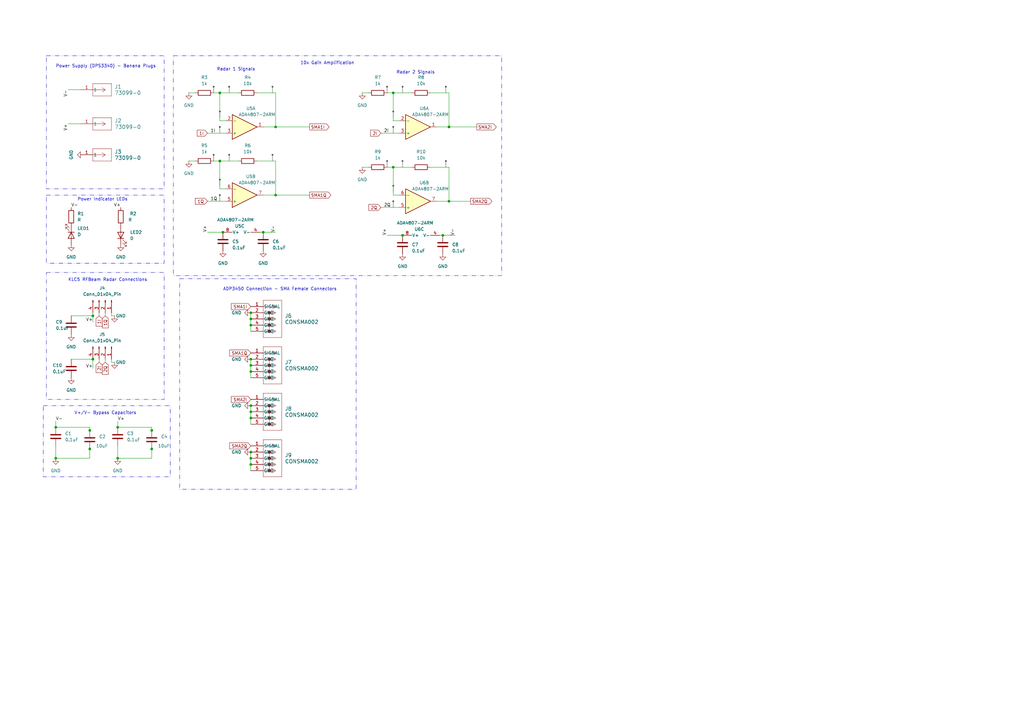
<source format=kicad_sch>
(kicad_sch (version 20230121) (generator eeschema)
  (paper "A3")
  (lib_symbols
    (symbol "73099-0:73099-0" (pin_names (offset 0.254))
      (property "Reference" "J" (at 8.89 6.35 0))
      (property "Value" "73099-0" (at 0 6.35 0))
      (symbol "73099-0_1_1"
        (polyline (pts (xy 5.08 -2.54) (xy 12.7 -2.54)) (stroke (width 0.127)))
        (polyline (pts (xy 5.08 2.54) (xy 5.08 -2.54)) (stroke (width 0.127)))
        (polyline (pts (xy 10.16 0) (xy 5.08 0)) (stroke (width 0.127)))
        (polyline (pts (xy 10.16 0) (xy 8.89 -0.8467)) (stroke (width 0.127)))
        (polyline (pts (xy 10.16 0) (xy 8.89 0.8467)) (stroke (width 0.127)))
        (polyline (pts (xy 12.7 -2.54) (xy 12.7 2.54)) (stroke (width 0.127)))
        (polyline (pts (xy 12.7 2.54) (xy 5.08 2.54)) (stroke (width 0.127)))
        (pin power_out line (at 0 0 0) (length 5.08) (name "1") (number "1"))
      )
      (symbol "73099-0_1_2"
        (polyline (pts (xy 5.08 -2.54) (xy 12.7 -2.54)) (stroke (width 0.127)))
        (polyline (pts (xy 5.08 2.54) (xy 5.08 -2.54)) (stroke (width 0.127)))
        (polyline (pts (xy 7.62 0) (xy 5.08 0)) (stroke (width 0.127)))
        (polyline (pts (xy 7.62 0) (xy 8.89 -0.8467)) (stroke (width 0.127)))
        (polyline (pts (xy 7.62 0) (xy 8.89 0.8467)) (stroke (width 0.127)))
        (polyline (pts (xy 12.7 -2.54) (xy 12.7 2.54)) (stroke (width 0.127)))
        (polyline (pts (xy 12.7 2.54) (xy 5.08 2.54)) (stroke (width 0.127)))
        (pin unspecified line (at 0 0 0) (length 5.08) (name "1") (number "1"))
      )
    )
    (symbol "Amplifier_Operational:ADA4807-2ARM" (pin_names (offset 0.127))
      (property "Reference" "U" (at 0 5.08 0))
      (property "Value" "ADA4807-2ARM" (at 0 -5.08 0))
      (symbol "ADA4807-2ARM_1_1"
        (polyline (pts (xy -5.08 5.08) (xy 5.08 0) (xy -5.08 -5.08) (xy -5.08 5.08)) (stroke (width 0.254)) (fill (type background)))
        (pin output line (at 7.62 0 180) (length 2.54) (name "~") (number "1"))
        (pin input line (at -7.62 -2.54 0) (length 2.54) (name "-") (number "2"))
        (pin input line (at -7.62 2.54 0) (length 2.54) (name "+") (number "3"))
      )
      (symbol "ADA4807-2ARM_2_1"
        (polyline (pts (xy -5.08 5.08) (xy 5.08 0) (xy -5.08 -5.08) (xy -5.08 5.08)) (stroke (width 0.254)) (fill (type background)))
        (pin input line (at -7.62 2.54 0) (length 2.54) (name "+") (number "5"))
        (pin input line (at -7.62 -2.54 0) (length 2.54) (name "-") (number "6"))
        (pin output line (at 7.62 0 180) (length 2.54) (name "~") (number "7"))
      )
      (symbol "ADA4807-2ARM_3_1"
        (pin power_in line (at -2.54 -7.62 90) (length 3.81) (name "V-") (number "4"))
        (pin power_in line (at -2.54 7.62 270) (length 3.81) (name "V+") (number "8"))
      )
    )
    (symbol "CONSMA002:CONSMA002" (pin_names (offset 0.254))
      (property "Reference" "J" (at 8.89 6.35 0))
      (property "Value" "CONSMA002" (at 0 5.08 0))
      (symbol "CONSMA002_1_1"
        (polyline (pts (xy 5.08 -12.7) (xy 12.7 -12.7)) (stroke (width 0.127)))
        (polyline (pts (xy 5.08 2.54) (xy 5.08 -12.7)) (stroke (width 0.127)))
        (polyline (pts (xy 7.62 -2.54) (xy 7.62 -10.16)) (stroke (width 0.127)))
        (polyline (pts (xy 10.16 -10.16) (xy 5.08 -10.16)) (stroke (width 0.127)))
        (polyline (pts (xy 10.16 -10.16) (xy 8.89 -11.0067)) (stroke (width 0.127)))
        (polyline (pts (xy 10.16 -10.16) (xy 8.89 -9.3133)) (stroke (width 0.127)))
        (polyline (pts (xy 10.16 -7.62) (xy 5.08 -7.62)) (stroke (width 0.127)))
        (polyline (pts (xy 10.16 -7.62) (xy 8.89 -8.4667)) (stroke (width 0.127)))
        (polyline (pts (xy 10.16 -7.62) (xy 8.89 -6.7733)) (stroke (width 0.127)))
        (polyline (pts (xy 10.16 -5.08) (xy 5.08 -5.08)) (stroke (width 0.127)))
        (polyline (pts (xy 10.16 -5.08) (xy 8.89 -5.9267)) (stroke (width 0.127)))
        (polyline (pts (xy 10.16 -5.08) (xy 8.89 -4.2333)) (stroke (width 0.127)))
        (polyline (pts (xy 10.16 -2.54) (xy 5.08 -2.54)) (stroke (width 0.127)))
        (polyline (pts (xy 10.16 -2.54) (xy 8.89 -3.3867)) (stroke (width 0.127)))
        (polyline (pts (xy 10.16 -2.54) (xy 8.89 -1.6933)) (stroke (width 0.127)))
        (polyline (pts (xy 10.16 0) (xy 5.08 0)) (stroke (width 0.127)))
        (polyline (pts (xy 10.16 0) (xy 8.89 -0.8467)) (stroke (width 0.127)))
        (polyline (pts (xy 10.16 0) (xy 8.89 0.8467)) (stroke (width 0.127)))
        (polyline (pts (xy 12.7 -12.7) (xy 12.7 2.54)) (stroke (width 0.127)))
        (polyline (pts (xy 12.7 2.54) (xy 5.08 2.54)) (stroke (width 0.127)))
        (circle (center 7.62 -10.16) (radius 0.127) (stroke (width 0.508)))
        (circle (center 7.62 -7.62) (radius 0.127) (stroke (width 0.508)))
        (circle (center 7.62 -5.08) (radius 0.127) (stroke (width 0.508)))
        (circle (center 7.62 -2.54) (radius 0.127) (stroke (width 0.508)))
        (pin input line (at 0 0 0) (length 5.08) (name "SIGNAL") (number "1"))
        (pin power_in line (at 0 -2.54 0) (length 5.08) (name "GND") (number "2"))
        (pin power_in line (at 0 -5.08 0) (length 5.08) (name "GND") (number "3"))
        (pin power_in line (at 0 -7.62 0) (length 5.08) (name "GND") (number "4"))
        (pin power_in line (at 0 -10.16 0) (length 5.08) (name "GND") (number "5"))
      )
      (symbol "CONSMA002_1_2"
        (polyline (pts (xy 5.08 -12.7) (xy 12.7 -12.7)) (stroke (width 0.127)))
        (polyline (pts (xy 5.08 2.54) (xy 5.08 -12.7)) (stroke (width 0.127)))
        (polyline (pts (xy 6.35 -2.54) (xy 6.35 -10.16)) (stroke (width 0.127)))
        (polyline (pts (xy 7.62 -10.16) (xy 5.08 -10.16)) (stroke (width 0.127)))
        (polyline (pts (xy 7.62 -10.16) (xy 8.89 -11.0067)) (stroke (width 0.127)))
        (polyline (pts (xy 7.62 -10.16) (xy 8.89 -9.3133)) (stroke (width 0.127)))
        (polyline (pts (xy 7.62 -7.62) (xy 5.08 -7.62)) (stroke (width 0.127)))
        (polyline (pts (xy 7.62 -7.62) (xy 8.89 -8.4667)) (stroke (width 0.127)))
        (polyline (pts (xy 7.62 -7.62) (xy 8.89 -6.7733)) (stroke (width 0.127)))
        (polyline (pts (xy 7.62 -5.08) (xy 5.08 -5.08)) (stroke (width 0.127)))
        (polyline (pts (xy 7.62 -5.08) (xy 8.89 -5.9267)) (stroke (width 0.127)))
        (polyline (pts (xy 7.62 -5.08) (xy 8.89 -4.2333)) (stroke (width 0.127)))
        (polyline (pts (xy 7.62 -2.54) (xy 5.08 -2.54)) (stroke (width 0.127)))
        (polyline (pts (xy 7.62 -2.54) (xy 8.89 -3.3867)) (stroke (width 0.127)))
        (polyline (pts (xy 7.62 -2.54) (xy 8.89 -1.6933)) (stroke (width 0.127)))
        (polyline (pts (xy 7.62 0) (xy 5.08 0)) (stroke (width 0.127)))
        (polyline (pts (xy 7.62 0) (xy 8.89 -0.8467)) (stroke (width 0.127)))
        (polyline (pts (xy 7.62 0) (xy 8.89 0.8467)) (stroke (width 0.127)))
        (polyline (pts (xy 12.7 -12.7) (xy 12.7 2.54)) (stroke (width 0.127)))
        (polyline (pts (xy 12.7 2.54) (xy 5.08 2.54)) (stroke (width 0.127)))
        (circle (center 6.35 -10.16) (radius 0.127) (stroke (width 0.508)))
        (circle (center 6.35 -7.62) (radius 0.127) (stroke (width 0.508)))
        (circle (center 6.35 -5.08) (radius 0.127) (stroke (width 0.508)))
        (circle (center 6.35 -2.54) (radius 0.127) (stroke (width 0.508)))
        (pin unspecified line (at 0 0 0) (length 5.08) (name "SIGNAL") (number "1"))
        (pin unspecified line (at 0 -2.54 0) (length 5.08) (name "GND") (number "2"))
        (pin unspecified line (at 0 -5.08 0) (length 5.08) (name "GND") (number "3"))
        (pin unspecified line (at 0 -7.62 0) (length 5.08) (name "GND") (number "4"))
        (pin unspecified line (at 0 -10.16 0) (length 5.08) (name "GND") (number "5"))
      )
    )
    (symbol "Connector:Conn_01x04_Pin" (pin_names (offset 1.016) hide)
      (property "Reference" "J" (at 0 5.08 0))
      (property "Value" "Conn_01x04_Pin" (at 0 -7.62 0))
      (symbol "Conn_01x04_Pin_1_1"
        (polyline (pts (xy 1.27 -5.08) (xy 0.8636 -5.08)) (stroke (width 0.1524)))
        (polyline (pts (xy 1.27 -2.54) (xy 0.8636 -2.54)) (stroke (width 0.1524)))
        (polyline (pts (xy 1.27 0) (xy 0.8636 0)) (stroke (width 0.1524)))
        (polyline (pts (xy 1.27 2.54) (xy 0.8636 2.54)) (stroke (width 0.1524)))
        (rectangle (start 0.8636 -4.953) (end 0 -5.207) (stroke (width 0.1524)) (fill (type outline)))
        (rectangle (start 0.8636 -2.413) (end 0 -2.667) (stroke (width 0.1524)) (fill (type outline)))
        (rectangle (start 0.8636 0.127) (end 0 -0.127) (stroke (width 0.1524)) (fill (type outline)))
        (rectangle (start 0.8636 2.667) (end 0 2.413) (stroke (width 0.1524)) (fill (type outline)))
        (pin passive line (at 5.08 2.54 180) (length 3.81) (name "Pin_1") (number "1"))
        (pin passive line (at 5.08 0 180) (length 3.81) (name "Pin_2") (number "2"))
        (pin passive line (at 5.08 -2.54 180) (length 3.81) (name "Pin_3") (number "3"))
        (pin passive line (at 5.08 -5.08 180) (length 3.81) (name "Pin_4") (number "4"))
      )
    )
    (symbol "Device:C" (pin_numbers hide) (pin_names (offset 0.254))
      (property "Reference" "C" (at 0.635 2.54 0))
      (property "Value" "C" (at 0.635 -2.54 0))
      (symbol "C_0_1"
        (polyline (pts (xy -2.032 -0.762) (xy 2.032 -0.762)) (stroke (width 0.508)))
        (polyline (pts (xy -2.032 0.762) (xy 2.032 0.762)) (stroke (width 0.508)))
      )
      (symbol "C_1_1"
        (pin passive line (at 0 3.81 270) (length 2.794) (name "~") (number "1"))
        (pin passive line (at 0 -3.81 90) (length 2.794) (name "~") (number "2"))
      )
    )
    (symbol "Device:LED" (pin_numbers hide) (pin_names (offset 1.016) hide)
      (property "Reference" "D" (at 0 2.54 0))
      (property "Value" "LED" (at 0 -2.54 0))
      (symbol "LED_0_1"
        (polyline (pts (xy -1.27 -1.27) (xy -1.27 1.27)) (stroke (width 0.254)))
        (polyline (pts (xy -1.27 0) (xy 1.27 0)))
        (polyline (pts (xy 1.27 -1.27) (xy 1.27 1.27) (xy -1.27 0) (xy 1.27 -1.27)) (stroke (width 0.254)))
        (polyline (pts (xy -3.048 -0.762) (xy -4.572 -2.286) (xy -3.81 -2.286) (xy -4.572 -2.286) (xy -4.572 -1.524)))
        (polyline (pts (xy -1.778 -0.762) (xy -3.302 -2.286) (xy -2.54 -2.286) (xy -3.302 -2.286) (xy -3.302 -1.524)))
      )
      (symbol "LED_1_1"
        (pin passive line (at -3.81 0 0) (length 2.54) (name "K") (number "1"))
        (pin passive line (at 3.81 0 180) (length 2.54) (name "A") (number "2"))
      )
    )
    (symbol "Device:R" (pin_numbers hide) (pin_names (offset 0))
      (property "Reference" "R" (at 2.032 0 90))
      (property "Value" "R" (at 0 0 90))
      (symbol "R_0_1"
        (rectangle (start -1.016 -2.54) (end 1.016 2.54) (stroke (width 0.254)))
      )
      (symbol "R_1_1"
        (pin passive line (at 0 3.81 270) (length 1.27) (name "~") (number "1"))
        (pin passive line (at 0 -3.81 90) (length 1.27) (name "~") (number "2"))
      )
    )
    (symbol "power:GND" (power) (pin_names (offset 0))
      (property "Value" "GND" (at 0 -3.81 0))
      (symbol "GND_0_1"
        (polyline (pts (xy 0 0) (xy 0 -1.27) (xy 1.27 -1.27) (xy 0 -2.54) (xy -1.27 -1.27) (xy 0 -1.27)))
      )
      (symbol "GND_1_1"
        (pin power_in line (at 0 0 270) (length 0) hide (name "GND") (number "1"))
      )
    )
  )
  (junction (at 90.17 38.1))
  (junction (at 161.29 38.1))
  (junction (at 107.95 95.25))
  (junction (at 113.03 52.07))
  (junction (at 38.1 129.54))
  (junction (at 102.87 187.96))
  (junction (at 90.17 66.04))
  (junction (at 36.83 176.53))
  (junction (at 102.87 149.86))
  (junction (at 184.15 82.55))
  (junction (at 102.87 168.91))
  (junction (at 102.87 171.45))
  (junction (at 102.87 147.32))
  (junction (at 102.87 133.35))
  (junction (at 102.87 166.37))
  (junction (at 113.03 80.01))
  (junction (at 102.87 190.5))
  (junction (at 91.44 95.25))
  (junction (at 62.23 176.53))
  (junction (at 38.1 147.32))
  (junction (at 102.87 152.4))
  (junction (at 36.83 184.15))
  (junction (at 102.87 185.42))
  (junction (at 102.87 128.27))
  (junction (at 102.87 130.81))
  (junction (at 22.86 187.96))
  (junction (at 165.1 96.52))
  (junction (at 184.15 52.07))
  (junction (at 48.26 175.26))
  (junction (at 181.61 96.52))
  (junction (at 48.26 187.96))
  (junction (at 161.29 68.58))
  (junction (at 22.86 175.26))
  (junction (at 62.23 184.15))
  (wire (pts (xy 102.87 133.35) (xy 102.87 135.89)))
  (wire (pts (xy 107.95 52.07) (xy 113.03 52.07)))
  (wire (pts (xy 38.1 147.32) (xy 38.1 151.13)))
  (wire (pts (xy 102.87 190.5) (xy 102.87 193.04)))
  (wire (pts (xy 184.15 38.1) (xy 184.15 52.07)))
  (wire (pts (xy 43.18 148.59) (xy 43.18 147.32)))
  (wire (pts (xy 34.29 63.5) (xy 33.02 63.5)))
  (wire (pts (xy 36.83 175.26) (xy 36.83 176.53)))
  (wire (pts (xy 22.86 187.96) (xy 22.86 182.88)))
  (wire (pts (xy 113.03 80.01) (xy 127 80.01)))
  (wire (pts (xy 158.75 96.52) (xy 165.1 96.52)))
  (wire (pts (xy 102.87 147.32) (xy 102.87 149.86)))
  (wire (pts (xy 107.95 80.01) (xy 113.03 80.01)))
  (wire (pts (xy 45.72 148.59) (xy 45.72 147.32)))
  (wire (pts (xy 48.26 187.96) (xy 48.26 182.88)))
  (wire (pts (xy 87.63 38.1) (xy 90.17 38.1)))
  (wire (pts (xy 106.68 95.25) (xy 107.95 95.25)))
  (wire (pts (xy 113.03 38.1) (xy 113.03 52.07)))
  (wire (pts (xy 90.17 38.1) (xy 90.17 49.53)))
  (wire (pts (xy 22.86 172.72) (xy 22.86 175.26)))
  (wire (pts (xy 161.29 38.1) (xy 161.29 49.53)))
  (wire (pts (xy 180.34 96.52) (xy 181.61 96.52)))
  (wire (pts (xy 45.72 129.54) (xy 45.72 128.27)))
  (wire (pts (xy 85.09 95.25) (xy 91.44 95.25)))
  (wire (pts (xy 36.83 176.53) (xy 36.83 177.8)))
  (wire (pts (xy 80.01 38.1) (xy 77.47 38.1)))
  (wire (pts (xy 62.23 184.15) (xy 62.23 187.96)))
  (wire (pts (xy 102.87 152.4) (xy 102.87 154.94)))
  (wire (pts (xy 36.83 184.15) (xy 36.83 187.96)))
  (wire (pts (xy 113.03 66.04) (xy 113.03 80.01)))
  (wire (pts (xy 156.21 54.61) (xy 163.83 54.61)))
  (wire (pts (xy 176.53 38.1) (xy 184.15 38.1)))
  (wire (pts (xy 105.41 38.1) (xy 113.03 38.1)))
  (wire (pts (xy 40.64 148.59) (xy 40.64 147.32)))
  (wire (pts (xy 102.87 168.91) (xy 102.87 171.45)))
  (wire (pts (xy 151.13 68.58) (xy 148.59 68.58)))
  (wire (pts (xy 102.87 185.42) (xy 102.87 187.96)))
  (wire (pts (xy 29.21 147.32) (xy 38.1 147.32)))
  (wire (pts (xy 151.13 38.1) (xy 148.59 38.1)))
  (wire (pts (xy 113.03 52.07) (xy 127 52.07)))
  (wire (pts (xy 48.26 172.72) (xy 48.26 175.26)))
  (wire (pts (xy 90.17 38.1) (xy 97.79 38.1)))
  (wire (pts (xy 179.07 82.55) (xy 184.15 82.55)))
  (wire (pts (xy 22.86 175.26) (xy 36.83 175.26)))
  (wire (pts (xy 33.02 50.8) (xy 27.94 50.8)))
  (wire (pts (xy 62.23 176.53) (xy 62.23 177.8)))
  (wire (pts (xy 62.23 182.88) (xy 62.23 184.15)))
  (wire (pts (xy 158.75 68.58) (xy 161.29 68.58)))
  (wire (pts (xy 102.87 149.86) (xy 102.87 152.4)))
  (wire (pts (xy 22.86 187.96) (xy 36.83 187.96)))
  (wire (pts (xy 102.87 171.45) (xy 102.87 173.99)))
  (wire (pts (xy 163.83 49.53) (xy 161.29 49.53)))
  (wire (pts (xy 102.87 128.27) (xy 102.87 130.81)))
  (wire (pts (xy 102.87 187.96) (xy 102.87 190.5)))
  (wire (pts (xy 38.1 129.54) (xy 38.1 132.08)))
  (wire (pts (xy 33.02 36.83) (xy 27.94 36.83)))
  (wire (pts (xy 156.21 85.09) (xy 163.83 85.09)))
  (wire (pts (xy 161.29 38.1) (xy 168.91 38.1)))
  (wire (pts (xy 46.99 148.59) (xy 45.72 148.59)))
  (wire (pts (xy 36.83 182.88) (xy 36.83 184.15)))
  (wire (pts (xy 102.87 130.81) (xy 102.87 133.35)))
  (wire (pts (xy 29.21 129.54) (xy 38.1 129.54)))
  (wire (pts (xy 161.29 68.58) (xy 168.91 68.58)))
  (wire (pts (xy 184.15 82.55) (xy 193.04 82.55)))
  (wire (pts (xy 62.23 175.26) (xy 62.23 176.53)))
  (wire (pts (xy 48.26 187.96) (xy 62.23 187.96)))
  (wire (pts (xy 158.75 38.1) (xy 161.29 38.1)))
  (wire (pts (xy 48.26 175.26) (xy 62.23 175.26)))
  (wire (pts (xy 85.09 82.55) (xy 92.71 82.55)))
  (wire (pts (xy 87.63 66.04) (xy 90.17 66.04)))
  (wire (pts (xy 181.61 96.52) (xy 186.69 96.52)))
  (wire (pts (xy 176.53 68.58) (xy 184.15 68.58)))
  (wire (pts (xy 85.09 54.61) (xy 92.71 54.61)))
  (wire (pts (xy 43.18 129.54) (xy 43.18 128.27)))
  (wire (pts (xy 80.01 66.04) (xy 77.47 66.04)))
  (wire (pts (xy 161.29 68.58) (xy 161.29 80.01)))
  (wire (pts (xy 102.87 166.37) (xy 102.87 168.91)))
  (wire (pts (xy 92.71 49.53) (xy 90.17 49.53)))
  (wire (pts (xy 92.71 77.47) (xy 90.17 77.47)))
  (wire (pts (xy 179.07 52.07) (xy 184.15 52.07)))
  (wire (pts (xy 105.41 66.04) (xy 113.03 66.04)))
  (wire (pts (xy 184.15 68.58) (xy 184.15 82.55)))
  (wire (pts (xy 46.99 129.54) (xy 45.72 129.54)))
  (wire (pts (xy 40.64 129.54) (xy 40.64 128.27)))
  (wire (pts (xy 107.95 95.25) (xy 113.03 95.25)))
  (wire (pts (xy 38.1 128.27) (xy 38.1 129.54)))
  (wire (pts (xy 184.15 52.07) (xy 195.58 52.07)))
  (wire (pts (xy 90.17 66.04) (xy 90.17 77.47)))
  (wire (pts (xy 163.83 80.01) (xy 161.29 80.01)))
  (wire (pts (xy 90.17 66.04) (xy 97.79 66.04)))
  (rectangle (start 19.05 22.86) (end 67.31 77.47) (stroke (width 0) (type dash_dot_dot)))
  (rectangle (start 73.66 114.3) (end 146.05 200.66) (stroke (width 0) (type dash_dot_dot)))
  (rectangle (start 71.12 22.86) (end 205.74 113.03) (stroke (width 0) (type dash_dot_dot)))
  (rectangle (start 17.78 166.37) (end 69.85 195.58) (stroke (width 0) (type dash_dot_dot)))
  (rectangle (start 19.05 80.01) (end 67.31 107.95) (stroke (width 0) (type dash_dot_dot)))
  (rectangle (start 19.05 111.76) (end 67.31 163.83) (stroke (width 0) (type dash_dot_dot)))
  (text "Power Supply (DPS3340) - Banana Plugs" (at 22.86 27.94 0) (effects (font (size 1.27 1.27)) (justify left bottom)))
  (text "Radar 2 Signals" (at 162.56 30.48 0) (effects (font (size 1.27 1.27)) (justify left bottom)))
  (text "ADP3450 Connection - SMA Female Connectors" (at 91.44 119.38 0) (effects (font (size 1.27 1.27)) (justify left bottom)))
  (text "Radar 1 Signals" (at 88.9 29.21 0) (effects (font (size 1.27 1.27)) (justify left bottom)))
  (text "Power Indicator LEDs" (at 31.75 82.55 0) (effects (font (size 1.27 1.27)) (justify left bottom)))
  (text "V+/V- Bypass Capacitors" (at 30.48 170.18 0) (effects (font (size 1.27 1.27)) (justify left bottom)))
  (text "10x Gain Amplification" (at 123.19 26.67 0) (effects (font (size 1.27 1.27)) (justify left bottom)))
  (text "KLC5 RFBeam Radar Connections" (at 27.94 115.57 0) (effects (font (size 1.27 1.27)) (justify left bottom)))
  (label "V+" (at 38.1 151.13 180))
  (label "V-" (at 22.86 172.72 0))
  (label "1Q" (at 86.36 82.55 0))
  (label "1I" (at 86.36 54.61 0))
  (label "V+" (at 49.53 85.09 180))
  (label "V-" (at 186.69 96.52 90))
  (label "V+" (at 27.94 50.8 270))
  (label "V+" (at 85.09 95.25 90))
  (label "V+" (at 48.26 172.72 0))
  (label "2I" (at 157.48 54.61 0))
  (label "V-" (at 27.94 36.83 270))
  (label "V+" (at 158.75 96.52 90))
  (label "2Q" (at 157.48 85.09 0))
  (label "V+" (at 38.1 132.08 180))
  (label "V-" (at 113.03 95.25 90))
  (label "V-" (at 29.21 85.09 0))
  (global_label "SMA1I" (shape output) (at 127 52.07 0) (property "Intersheetrefs" "${INTERSHEET_REFS}" (effects hide)))
  (global_label "1Q" (shape input) (at 85.09 82.55 180) (property "Intersheetrefs" "${INTERSHEET_REFS}" (effects hide)))
  (global_label "SMA2Q" (shape input) (at 102.87 182.88 180) (property "Intersheetrefs" "${INTERSHEET_REFS}" (effects hide)))
  (global_label "SMA1Q" (shape output) (at 127 80.01 0) (property "Intersheetrefs" "${INTERSHEET_REFS}" (effects hide)))
  (global_label "SMA2I" (shape output) (at 195.58 52.07 0) (property "Intersheetrefs" "${INTERSHEET_REFS}" (effects hide)))
  (global_label "2I" (shape input) (at 156.21 54.61 180) (property "Intersheetrefs" "${INTERSHEET_REFS}" (effects hide)))
  (global_label "SMA1I" (shape input) (at 102.87 125.73 180) (property "Intersheetrefs" "${INTERSHEET_REFS}" (effects hide)))
  (global_label "1I" (shape input) (at 40.64 129.54 270) (property "Intersheetrefs" "${INTERSHEET_REFS}" (effects hide)))
  (global_label "SMA2I" (shape input) (at 102.87 163.83 180) (property "Intersheetrefs" "${INTERSHEET_REFS}" (effects hide)))
  (global_label "2I" (shape input) (at 40.64 148.59 270) (property "Intersheetrefs" "${INTERSHEET_REFS}" (effects hide)))
  (global_label "2Q" (shape input) (at 156.21 85.09 180) (property "Intersheetrefs" "${INTERSHEET_REFS}" (effects hide)))
  (global_label "1Q" (shape input) (at 43.18 129.54 270) (property "Intersheetrefs" "${INTERSHEET_REFS}" (effects hide)))
  (global_label "1I" (shape input) (at 85.09 54.61 180) (property "Intersheetrefs" "${INTERSHEET_REFS}" (effects hide)))
  (global_label "SMA2Q" (shape output) (at 193.04 82.55 0) (property "Intersheetrefs" "${INTERSHEET_REFS}" (effects hide)))
  (global_label "SMA1Q" (shape input) (at 102.87 144.78 180) (property "Intersheetrefs" "${INTERSHEET_REFS}" (effects hide)))
  (global_label "2Q" (shape input) (at 43.18 148.59 270) (property "Intersheetrefs" "${INTERSHEET_REFS}" (effects hide)))
  (netclass_flag "" (length 2.54) (shape dot) (at 111.76 38.1 0) (property "Netclass" "signal" (effects hide)))
  (netclass_flag "" (length 2.54) (shape dot) (at 161.29 54.61 0) (property "Netclass" "signal" (effects hide)))
  (netclass_flag "" (length 2.54) (shape dot) (at 87.63 66.04 0) (property "Netclass" "signal" (effects hide)))
  (netclass_flag "" (length 2.54) (shape dot) (at 90.17 48.26 0) (property "Netclass" "signal" (effects hide)))
  (netclass_flag "" (length 2.54) (shape dot) (at 182.88 38.1 0) (property "Netclass" "signal" (effects hide)))
  (netclass_flag "" (length 2.54) (shape dot) (at 165.1 68.58 0) (property "Netclass" "signal" (effects hide)))
  (netclass_flag "" (length 2.54) (shape dot) (at 93.98 38.1 0) (property "Netclass" "signal" (effects hide)))
  (netclass_flag "" (length 2.54) (shape dot) (at 158.75 38.1 0) (property "Netclass" "signal" (effects hide)))
  (netclass_flag "" (length 2.54) (shape dot) (at 161.29 48.26 0) (property "Netclass" "signal" (effects hide)))
  (netclass_flag "" (length 2.54) (shape dot) (at 161.29 78.74 0) (property "Netclass" "signal" (effects hide)))
  (netclass_flag "" (length 2.54) (shape dot) (at 165.1 38.1 0) (property "Netclass" "signal" (effects hide)))
  (netclass_flag "" (length 2.54) (shape dot) (at 161.29 85.09 0) (property "Netclass" "signal" (effects hide)))
  (netclass_flag "" (length 2.54) (shape dot) (at 158.75 68.58 0) (property "Netclass" "signal" (effects hide)))
  (netclass_flag "" (length 2.54) (shape dot) (at 90.17 54.61 0) (property "Netclass" "signal" (effects hide)))
  (netclass_flag "" (length 2.54) (shape dot) (at 93.98 66.04 0) (property "Netclass" "signal" (effects hide)))
  (netclass_flag "" (length 2.54) (shape dot) (at 90.17 76.2 0) (property "Netclass" "signal" (effects hide)))
  (netclass_flag "" (length 2.54) (shape dot) (at 87.63 38.1 0) (property "Netclass" "signal" (effects hide)))
  (netclass_flag "" (length 2.54) (shape dot) (at 182.88 68.58 0) (property "Netclass" "signal" (effects hide)))
  (netclass_flag "" (length 2.54) (shape dot) (at 90.17 82.55 0) (property "Netclass" "signal" (effects hide)))
  (netclass_flag "" (length 2.54) (shape dot) (at 111.76 66.04 0) (property "Netclass" "signal" (effects hide)))
  (symbol (lib_id "power:GND") (at 29.21 137.16 0) (unit 1)
    (property "Reference" "#PWR012" (effects hide))
    (property "Value" "GND" (at 29.21 142.24 0))
  )
  (symbol (lib_id "CONSMA002:CONSMA002") (at 102.87 144.78 0) (unit 1)
    (property "Reference" "J7" (at 116.84 148.59 0) (effects (font (size 1.524 1.524)) (justify left)))
    (property "Value" "CONSMA002" (at 116.84 151.13 0) (effects (font (size 1.524 1.524)) (justify left)))
    (property "Footprint" "0731000115:COAX4GND_731000115_MOL" (effects hide))
    (property "Datasheet" "CONSMA002" (effects hide))
  )
  (symbol (lib_id "power:GND") (at 148.59 38.1 0) (unit 1)
    (property "Reference" "#PWR016" (effects hide))
    (property "Value" "GND" (at 148.59 43.18 0))
  )
  (symbol (lib_id "power:GND") (at 148.59 68.58 0) (unit 1)
    (property "Reference" "#PWR017" (effects hide))
    (property "Value" "GND" (at 148.59 73.66 0))
  )
  (symbol (lib_id "Device:C") (at 165.1 100.33 0) (unit 1)
    (property "Reference" "C7" (at 168.91 100.33 0) (effects (justify left)))
    (property "Value" "0.1uF" (at 168.91 102.87 0) (effects (justify left)))
    (property "Footprint" "Capacitor_SMD:C_0805_2012Metric_Pad1.18x1.45mm_HandSolder" (effects hide))
  )
  (symbol (lib_id "Device:LED") (at 49.53 96.52 90) (unit 1)
    (property "Reference" "LED2" (at 53.34 95.25 90) (effects (justify right)))
    (property "Value" "D" (at 53.34 97.79 90) (effects (justify right)))
    (property "Footprint" "Resistor_SMD:R_0805_2012Metric_Pad1.20x1.40mm_HandSolder" (effects hide))
  )
  (symbol (lib_id "Device:R") (at 83.82 66.04 90) (unit 1)
    (property "Reference" "R5" (at 83.82 59.69 90))
    (property "Value" "1k" (at 83.82 62.23 90))
    (property "Footprint" "Resistor_SMD:R_0805_2012Metric_Pad1.20x1.40mm_HandSolder" (effects hide))
  )
  (symbol (lib_id "power:GND") (at 29.21 100.33 0) (unit 1)
    (property "Reference" "#PWR02" (effects hide))
    (property "Value" "GND" (at 29.21 105.41 0))
  )
  (symbol (lib_id "Device:C") (at 91.44 99.06 0) (unit 1)
    (property "Reference" "C5" (at 95.25 99.06 0) (effects (justify left)))
    (property "Value" "0.1uF" (at 95.25 101.6 0) (effects (justify left)))
    (property "Footprint" "Capacitor_SMD:C_0805_2012Metric_Pad1.18x1.45mm_HandSolder" (effects hide))
  )
  (symbol (lib_id "power:GND") (at 102.87 166.37 270) (unit 1)
    (property "Reference" "#PWR022" (effects hide))
    (property "Value" "GND" (at 99.06 166.37 90) (effects (justify right)))
  )
  (symbol (lib_id "Device:R") (at 101.6 38.1 90) (unit 1)
    (property "Reference" "R4" (at 101.6 31.75 90))
    (property "Value" "10k" (at 101.6 34.29 90))
    (property "Footprint" "Resistor_SMD:R_0805_2012Metric_Pad1.20x1.40mm_HandSolder" (effects hide))
  )
  (symbol (lib_id "Device:R") (at 172.72 68.58 90) (unit 1)
    (property "Reference" "R10" (at 172.72 62.23 90))
    (property "Value" "10k" (at 172.72 64.77 90))
    (property "Footprint" "Resistor_SMD:R_0805_2012Metric_Pad1.20x1.40mm_HandSolder" (effects hide))
  )
  (symbol (lib_id "73099-0:73099-0") (at 33.02 36.83 0) (unit 1)
    (property "Reference" "J1" (at 46.99 35.56 0) (effects (font (size 1.524 1.524)) (justify left)))
    (property "Value" "73099-0" (at 46.99 38.1 0) (effects (font (size 1.524 1.524)) (justify left)))
    (property "Footprint" "73099:CONN_73099-0_POM" (effects hide))
    (property "Datasheet" "73099-0" (effects hide))
  )
  (symbol (lib_id "Amplifier_Operational:ADA4807-2ARM") (at 172.72 93.98 90) (unit 3)
    (property "Reference" "U6" (at 173.99 93.98 90) (effects (justify left)))
    (property "Value" "ADA4807-2ARM" (at 177.8 91.44 90) (effects (justify left)))
    (property "Footprint" "Package_SO:MSOP-8_3x3mm_P0.65mm" (effects hide))
    (property "Datasheet" "https://www.analog.com/media/en/technical-documentation/data-sheets/ADA4807-1_4807-2_4807-4.pdf" (effects hide))
  )
  (symbol (lib_id "Device:R") (at 29.21 88.9 180) (unit 1)
    (property "Reference" "R1" (at 31.75 87.63 0) (effects (justify right)))
    (property "Value" "R" (at 31.75 90.17 0) (effects (justify right)))
    (property "Footprint" "Resistor_SMD:R_0805_2012Metric_Pad1.20x1.40mm_HandSolder" (effects hide))
  )
  (symbol (lib_id "Device:C") (at 62.23 180.34 0) (unit 1)
    (property "Reference" "C4" (at 66.04 179.07 0) (effects (justify left)))
    (property "Value" "10uF" (at 64.77 182.88 0) (effects (justify left)))
    (property "Footprint" "Capacitor_SMD:C_0805_2012Metric_Pad1.18x1.45mm_HandSolder" (effects hide))
  )
  (symbol (lib_id "Device:R") (at 83.82 38.1 90) (unit 1)
    (property "Reference" "R3" (at 83.82 31.75 90))
    (property "Value" "1k" (at 83.82 34.29 90))
    (property "Footprint" "Resistor_SMD:R_0805_2012Metric_Pad1.20x1.40mm_HandSolder" (effects hide))
  )
  (symbol (lib_id "power:GND") (at 102.87 128.27 270) (unit 1)
    (property "Reference" "#PWR020" (effects hide))
    (property "Value" "GND" (at 99.06 128.27 90) (effects (justify right)))
  )
  (symbol (lib_id "Amplifier_Operational:ADA4807-2ARM") (at 99.06 92.71 90) (unit 3)
    (property "Reference" "U5" (at 100.33 92.71 90) (effects (justify left)))
    (property "Value" "ADA4807-2ARM" (at 104.14 90.17 90) (effects (justify left)))
    (property "Footprint" "Package_SO:MSOP-8_3x3mm_P0.65mm" (effects hide))
    (property "Datasheet" "https://www.analog.com/media/en/technical-documentation/data-sheets/ADA4807-1_4807-2_4807-4.pdf" (effects hide))
  )
  (symbol (lib_id "power:GND") (at 102.87 185.42 270) (unit 1)
    (property "Reference" "#PWR023" (effects hide))
    (property "Value" "GND" (at 99.06 185.42 90) (effects (justify right)))
  )
  (symbol (lib_id "Connector:Conn_01x04_Pin") (at 43.18 123.19 270) (unit 1)
    (property "Reference" "J4" (at 41.91 118.11 90))
    (property "Value" "Conn_01x04_Pin" (at 41.91 120.65 90))
    (property "Footprint" "Connector_PinHeader_2.54mm:PinHeader_1x04_P2.54mm_Horizontal" (effects hide))
  )
  (symbol (lib_id "power:GND") (at 91.44 102.87 0) (unit 1)
    (property "Reference" "#PWR010" (effects hide))
    (property "Value" "GND" (at 91.44 107.95 0))
  )
  (symbol (lib_id "Device:C") (at 181.61 100.33 0) (unit 1)
    (property "Reference" "C8" (at 185.42 100.33 0) (effects (justify left)))
    (property "Value" "0.1uF" (at 185.42 102.87 0) (effects (justify left)))
    (property "Footprint" "Capacitor_SMD:C_0805_2012Metric_Pad1.18x1.45mm_HandSolder" (effects hide))
  )
  (symbol (lib_id "CONSMA002:CONSMA002") (at 102.87 125.73 0) (unit 1)
    (property "Reference" "J6" (at 116.84 129.54 0) (effects (font (size 1.524 1.524)) (justify left)))
    (property "Value" "CONSMA002" (at 116.84 132.08 0) (effects (font (size 1.524 1.524)) (justify left)))
    (property "Footprint" "0731000115:COAX4GND_731000115_MOL" (effects hide))
    (property "Datasheet" "CONSMA002" (effects hide))
  )
  (symbol (lib_id "Device:R") (at 172.72 38.1 90) (unit 1)
    (property "Reference" "R8" (at 172.72 31.75 90))
    (property "Value" "10k" (at 172.72 34.29 90))
    (property "Footprint" "Resistor_SMD:R_0805_2012Metric_Pad1.20x1.40mm_HandSolder" (effects hide))
  )
  (symbol (lib_id "CONSMA002:CONSMA002") (at 102.87 182.88 0) (unit 1)
    (property "Reference" "J9" (at 116.84 186.69 0) (effects (font (size 1.524 1.524)) (justify left)))
    (property "Value" "CONSMA002" (at 116.84 189.23 0) (effects (font (size 1.524 1.524)) (justify left)))
    (property "Footprint" "0731000115:COAX4GND_731000115_MOL" (effects hide))
    (property "Datasheet" "CONSMA002" (effects hide))
  )
  (symbol (lib_id "Device:R") (at 49.53 88.9 0) (unit 1)
    (property "Reference" "R2" (at 54.61 87.63 0))
    (property "Value" "R" (at 53.34 90.17 0))
    (property "Footprint" "Resistor_SMD:R_0805_2012Metric_Pad1.20x1.40mm_HandSolder" (effects hide))
  )
  (symbol (lib_id "73099-0:73099-0") (at 33.02 63.5 0) (unit 1)
    (property "Reference" "J3" (at 46.99 62.23 0) (effects (font (size 1.524 1.524)) (justify left)))
    (property "Value" "73099-0" (at 46.99 64.77 0) (effects (font (size 1.524 1.524)) (justify left)))
    (property "Footprint" "73099:CONN_73099-0_POM" (effects hide))
    (property "Datasheet" "73099-0" (effects hide))
  )
  (symbol (lib_id "power:GND") (at 46.99 129.54 0) (unit 1)
    (property "Reference" "#PWR04" (effects hide))
    (property "Value" "GND" (at 49.53 129.54 0))
  )
  (symbol (lib_id "Device:C") (at 36.83 180.34 0) (unit 1)
    (property "Reference" "C2" (at 40.64 179.07 0) (effects (justify left)))
    (property "Value" "10uF" (at 39.37 182.88 0) (effects (justify left)))
    (property "Footprint" "Capacitor_SMD:C_0805_2012Metric_Pad1.18x1.45mm_HandSolder" (effects hide))
  )
  (symbol (lib_id "Device:C") (at 29.21 133.35 0) (unit 1)
    (property "Reference" "C9" (at 22.86 132.08 0) (effects (justify left)))
    (property "Value" "0.1uF" (at 22.86 134.62 0) (effects (justify left)))
    (property "Footprint" "Capacitor_SMD:C_0805_2012Metric_Pad1.18x1.45mm_HandSolder" (effects hide))
  )
  (symbol (lib_id "Amplifier_Operational:ADA4807-2ARM") (at 171.45 82.55 0) (mirror x) (unit 2)
    (property "Reference" "U6" (at 173.99 74.93 0))
    (property "Value" "ADA4807-2ARM" (at 176.53 77.47 0))
    (property "Footprint" "Package_SO:MSOP-8_3x3mm_P0.65mm" (effects hide))
    (property "Datasheet" "https://www.analog.com/media/en/technical-documentation/data-sheets/ADA4807-1_4807-2_4807-4.pdf" (effects hide))
  )
  (symbol (lib_id "Connector:Conn_01x04_Pin") (at 43.18 142.24 270) (unit 1)
    (property "Reference" "J5" (at 41.91 137.16 90))
    (property "Value" "Conn_01x04_Pin" (at 41.91 139.7 90))
    (property "Footprint" "Connector_PinHeader_2.54mm:PinHeader_1x04_P2.54mm_Horizontal" (effects hide))
  )
  (symbol (lib_id "73099-0:73099-0") (at 33.02 50.8 0) (unit 1)
    (property "Reference" "J2" (at 46.99 49.53 0) (effects (font (size 1.524 1.524)) (justify left)))
    (property "Value" "73099-0" (at 46.99 52.07 0) (effects (font (size 1.524 1.524)) (justify left)))
    (property "Footprint" "73099:CONN_73099-0_POM" (effects hide))
    (property "Datasheet" "73099-0" (effects hide))
  )
  (symbol (lib_id "Amplifier_Operational:ADA4807-2ARM") (at 100.33 80.01 0) (mirror x) (unit 2)
    (property "Reference" "U5" (at 102.87 72.39 0))
    (property "Value" "ADA4807-2ARM" (at 105.41 74.93 0))
    (property "Footprint" "Package_SO:MSOP-8_3x3mm_P0.65mm" (effects hide))
    (property "Datasheet" "https://www.analog.com/media/en/technical-documentation/data-sheets/ADA4807-1_4807-2_4807-4.pdf" (effects hide))
  )
  (symbol (lib_id "power:GND") (at 22.86 187.96 0) (unit 1)
    (property "Reference" "#PWR01" (effects hide))
    (property "Value" "GND" (at 22.86 193.04 0))
  )
  (symbol (lib_id "Device:C") (at 29.21 151.13 0) (unit 1)
    (property "Reference" "C10" (at 21.59 149.86 0) (effects (justify left)))
    (property "Value" "0.1uF" (at 21.59 152.4 0) (effects (justify left)))
    (property "Footprint" "Capacitor_SMD:C_0805_2012Metric_Pad1.18x1.45mm_HandSolder" (effects hide))
  )
  (symbol (lib_id "power:GND") (at 77.47 38.1 0) (unit 1)
    (property "Reference" "#PWR08" (effects hide))
    (property "Value" "GND" (at 77.47 43.18 0))
  )
  (symbol (lib_id "Device:C") (at 107.95 99.06 0) (unit 1)
    (property "Reference" "C6" (at 111.76 99.06 0) (effects (justify left)))
    (property "Value" "0.1uF" (at 111.76 101.6 0) (effects (justify left)))
    (property "Footprint" "Capacitor_SMD:C_0805_2012Metric_Pad1.18x1.45mm_HandSolder" (effects hide))
  )
  (symbol (lib_id "power:GND") (at 34.29 63.5 270) (unit 1)
    (property "Reference" "#PWR03" (effects hide))
    (property "Value" "GND" (at 29.21 63.5 0))
  )
  (symbol (lib_id "power:GND") (at 46.99 148.59 0) (unit 1)
    (property "Reference" "#PWR05" (effects hide))
    (property "Value" "GND" (at 49.53 148.59 0))
  )
  (symbol (lib_id "power:GND") (at 107.95 102.87 0) (unit 1)
    (property "Reference" "#PWR011" (effects hide))
    (property "Value" "GND" (at 107.95 107.95 0))
  )
  (symbol (lib_id "Amplifier_Operational:ADA4807-2ARM") (at 100.33 52.07 0) (mirror x) (unit 1)
    (property "Reference" "U5" (at 102.87 44.45 0))
    (property "Value" "ADA4807-2ARM" (at 105.41 46.99 0))
    (property "Footprint" "Package_SO:MSOP-8_3x3mm_P0.65mm" (effects hide))
    (property "Datasheet" "https://www.analog.com/media/en/technical-documentation/data-sheets/ADA4807-1_4807-2_4807-4.pdf" (effects hide))
  )
  (symbol (lib_id "Amplifier_Operational:ADA4807-2ARM") (at 171.45 52.07 0) (mirror x) (unit 1)
    (property "Reference" "U6" (at 173.99 44.45 0))
    (property "Value" "ADA4807-2ARM" (at 176.53 46.99 0))
    (property "Footprint" "Package_SO:MSOP-8_3x3mm_P0.65mm" (effects hide))
    (property "Datasheet" "https://www.analog.com/media/en/technical-documentation/data-sheets/ADA4807-1_4807-2_4807-4.pdf" (effects hide))
  )
  (symbol (lib_id "Device:C") (at 22.86 179.07 0) (unit 1)
    (property "Reference" "C1" (at 26.67 177.8 0) (effects (justify left)))
    (property "Value" "0.1uF" (at 26.67 180.34 0) (effects (justify left)))
    (property "Footprint" "Capacitor_SMD:C_0805_2012Metric_Pad1.18x1.45mm_HandSolder" (effects hide))
  )
  (symbol (lib_id "CONSMA002:CONSMA002") (at 102.87 163.83 0) (unit 1)
    (property "Reference" "J8" (at 116.84 167.64 0) (effects (font (size 1.524 1.524)) (justify left)))
    (property "Value" "CONSMA002" (at 116.84 170.18 0) (effects (font (size 1.524 1.524)) (justify left)))
    (property "Footprint" "0731000115:COAX4GND_731000115_MOL" (effects hide))
    (property "Datasheet" "CONSMA002" (effects hide))
  )
  (symbol (lib_id "Device:R") (at 154.94 68.58 90) (unit 1)
    (property "Reference" "R9" (at 154.94 62.23 90))
    (property "Value" "1k" (at 154.94 64.77 90))
    (property "Footprint" "Resistor_SMD:R_0805_2012Metric_Pad1.20x1.40mm_HandSolder" (effects hide))
  )
  (symbol (lib_id "Device:R") (at 154.94 38.1 90) (unit 1)
    (property "Reference" "R7" (at 154.94 31.75 90))
    (property "Value" "1k" (at 154.94 34.29 90))
    (property "Footprint" "Resistor_SMD:R_0805_2012Metric_Pad1.20x1.40mm_HandSolder" (effects hide))
  )
  (symbol (lib_id "Device:R") (at 101.6 66.04 90) (unit 1)
    (property "Reference" "R6" (at 101.6 59.69 90))
    (property "Value" "10k" (at 101.6 62.23 90))
    (property "Footprint" "Resistor_SMD:R_0805_2012Metric_Pad1.20x1.40mm_HandSolder" (effects hide))
  )
  (symbol (lib_id "power:GND") (at 102.87 147.32 270) (unit 1)
    (property "Reference" "#PWR021" (effects hide))
    (property "Value" "GND" (at 99.06 147.32 90) (effects (justify right)))
  )
  (symbol (lib_id "power:GND") (at 181.61 104.14 0) (unit 1)
    (property "Reference" "#PWR019" (effects hide))
    (property "Value" "GND" (at 181.61 109.22 0))
  )
  (symbol (lib_id "Device:LED") (at 29.21 96.52 270) (unit 1)
    (property "Reference" "LED1" (at 31.75 93.6625 90) (effects (justify left)))
    (property "Value" "D" (at 31.75 96.2025 90) (effects (justify left)))
    (property "Footprint" "Resistor_SMD:R_0805_2012Metric_Pad1.20x1.40mm_HandSolder" (effects hide))
    (property "Sim.Device" "D" (effects hide))
    (property "Sim.Pins" "1=K 2=A" (effects hide))
  )
  (symbol (lib_id "Device:C") (at 48.26 179.07 0) (unit 1)
    (property "Reference" "C3" (at 52.07 177.8 0) (effects (justify left)))
    (property "Value" "0.1uF" (at 52.07 180.34 0) (effects (justify left)))
    (property "Footprint" "Capacitor_SMD:C_0805_2012Metric_Pad1.18x1.45mm_HandSolder" (effects hide))
  )
  (symbol (lib_id "power:GND") (at 29.21 154.94 0) (unit 1)
    (property "Reference" "#PWR013" (effects hide))
    (property "Value" "GND" (at 29.21 160.02 0))
  )
  (symbol (lib_id "power:GND") (at 77.47 66.04 0) (unit 1)
    (property "Reference" "#PWR09" (effects hide))
    (property "Value" "GND" (at 77.47 71.12 0))
  )
  (symbol (lib_id "power:GND") (at 49.53 100.33 0) (unit 1)
    (property "Reference" "#PWR06" (effects hide))
    (property "Value" "GND" (at 49.53 105.41 0))
  )
  (symbol (lib_id "power:GND") (at 48.26 187.96 0) (unit 1)
    (property "Reference" "#PWR07" (effects hide))
    (property "Value" "GND" (at 48.26 193.04 0))
  )
  (symbol (lib_id "power:GND") (at 165.1 104.14 0) (unit 1)
    (property "Reference" "#PWR018" (effects hide))
    (property "Value" "GND" (at 165.1 109.22 0))
  )
)
</source>
